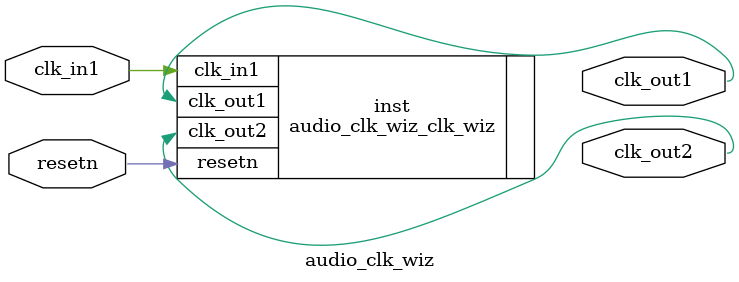
<source format=v>


`timescale 1ps/1ps

(* CORE_GENERATION_INFO = "audio_clk_wiz,clk_wiz_v6_0_3_0_0,{component_name=audio_clk_wiz,use_phase_alignment=true,use_min_o_jitter=false,use_max_i_jitter=false,use_dyn_phase_shift=false,use_inclk_switchover=false,use_dyn_reconfig=false,enable_axi=0,feedback_source=FDBK_AUTO,PRIMITIVE=MMCM,num_out_clk=2,clkin1_period=10.000,clkin2_period=10.000,use_power_down=false,use_reset=true,use_locked=false,use_inclk_stopped=false,feedback_type=SINGLE,CLOCK_MGR_TYPE=NA,manual_override=false}" *)

module audio_clk_wiz 
 (
  // Clock out ports
  output        clk_out1,
  output        clk_out2,
  // Status and control signals
  input         resetn,
 // Clock in ports
  input         clk_in1
 );

  audio_clk_wiz_clk_wiz inst
  (
  // Clock out ports  
  .clk_out1(clk_out1),
  .clk_out2(clk_out2),
  // Status and control signals               
  .resetn(resetn), 
 // Clock in ports
  .clk_in1(clk_in1)
  );

endmodule

</source>
